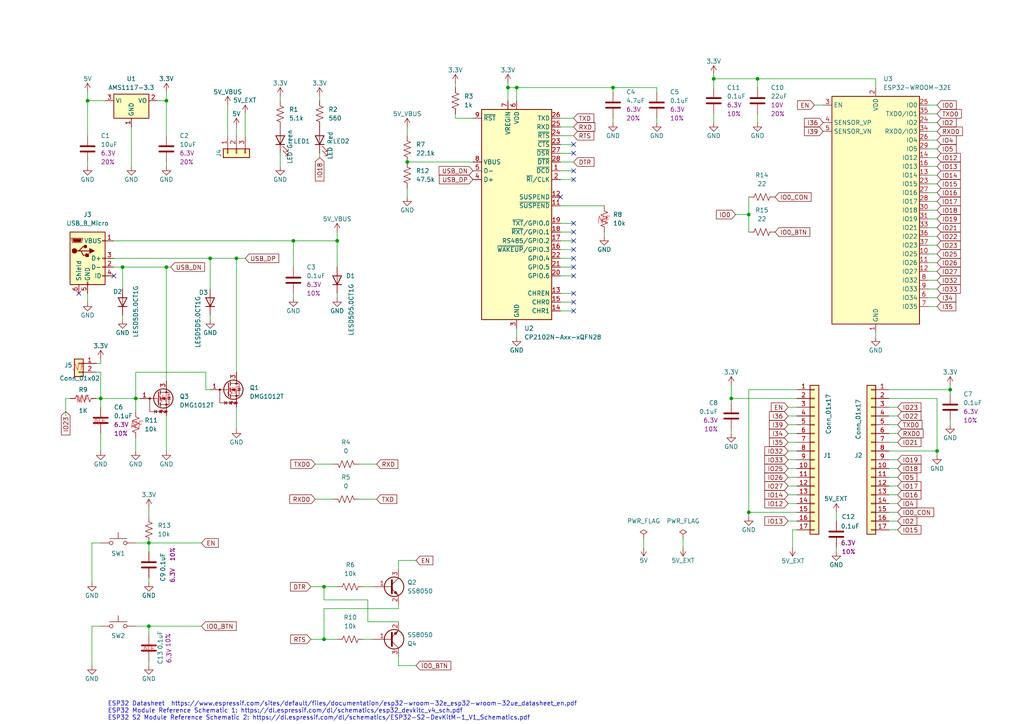
<source format=kicad_sch>
(kicad_sch (version 20231120) (generator "eeschema") (generator_version "8.0")
  (paper "A4")
  (title_block (title "ESP32-Board") (date "2024-12-08") (rev "1.0") (company "Ibrahim Okur"))
  (junction (at 35.56 77.47))
  (junction (at 147.32 25.4))
  (junction (at 60.96 74.93))
  (junction (at 68.58 74.93))
  (junction (at 48.26 29.21))
  (junction (at 275.59 113.03))
  (junction (at 271.78 130.81))
  (junction (at 217.17 148.59))
  (junction (at 93.98 170.18))
  (junction (at 207.01 22.86))
  (junction (at 48.26 77.47))
  (junction (at 219.71 22.86))
  (junction (at 149.86 25.4))
  (junction (at 97.79 69.85))
  (junction (at 39.37 115.57))
  (junction (at 43.18 181.61))
  (junction (at 217.17 62.23))
  (junction (at 212.09 115.57))
  (junction (at 85.09 69.85))
  (junction (at 29.21 115.57))
  (junction (at 177.8 25.4))
  (junction (at 25.4 29.21))
  (junction (at 118.11 46.99))
  (junction (at 43.18 157.48))
  (junction (at 93.98 185.42))
  (no_connect (at 166.37 64.77))
  (no_connect (at 33.02 80.01))
  (no_connect (at 166.37 44.45))
  (no_connect (at 166.37 67.31))
  (no_connect (at 166.37 52.07))
  (no_connect (at 166.37 74.93))
  (no_connect (at 162.56 57.15))
  (no_connect (at 166.37 49.53))
  (no_connect (at 166.37 69.85))
  (no_connect (at 166.37 72.39))
  (no_connect (at 22.86 85.09))
  (no_connect (at 166.37 87.63))
  (no_connect (at 166.37 80.01))
  (no_connect (at 166.37 77.47))
  (no_connect (at 166.37 41.91))
  (no_connect (at 166.37 85.09))
  (no_connect (at 166.37 90.17))
  (wire (pts (xy 93.98 170.18) (xy 97.79 170.18)))
  (wire (pts (xy 269.24 88.9) (xy 271.78 88.9)))
  (wire (pts (xy 257.81 135.89) (xy 260.35 135.89)))
  (wire (pts (xy 254 22.86) (xy 219.71 22.86)))
  (wire (pts (xy 257.81 148.59) (xy 260.35 148.59)))
  (wire (pts (xy 29.21 105.41) (xy 27.94 105.41)))
  (wire (pts (xy 217.17 148.59) (xy 231.14 148.59)))
  (wire (pts (xy 269.24 76.2) (xy 271.78 76.2)))
  (wire (pts (xy 93.98 185.42) (xy 97.79 185.42)))
  (wire (pts (xy 132.08 25.4) (xy 132.08 24.13)))
  (wire (pts (xy 118.11 36.83) (xy 118.11 39.37)))
  (wire (pts (xy 35.56 77.47) (xy 48.26 77.47)))
  (wire (pts (xy 115.57 190.5) (xy 115.57 193.04)))
  (wire (pts (xy 149.86 25.4) (xy 149.86 29.21)))
  (wire (pts (xy 60.96 92.71) (xy 60.96 91.44)))
  (wire (pts (xy 97.79 77.47) (xy 97.79 69.85)))
  (wire (pts (xy 269.24 30.48) (xy 271.78 30.48)))
  (wire (pts (xy 48.26 48.26) (xy 48.26 46.99)))
  (wire (pts (xy 219.71 35.56) (xy 219.71 33.02)))
  (wire (pts (xy 43.18 184.15) (xy 43.18 181.61)))
  (wire (pts (xy 257.81 118.11) (xy 260.35 118.11)))
  (wire (pts (xy 109.22 134.62) (xy 104.14 134.62)))
  (wire (pts (xy 106.68 180.34) (xy 106.68 173.99)))
  (wire (pts (xy 43.18 147.32) (xy 43.18 149.86)))
  (wire (pts (xy 43.18 157.48) (xy 39.37 157.48)))
  (wire (pts (xy 162.56 49.53) (xy 166.37 49.53)))
  (wire (pts (xy 25.4 29.21) (xy 30.48 29.21)))
  (wire (pts (xy 33.02 74.93) (xy 60.96 74.93)))
  (wire (pts (xy 186.69 158.75) (xy 186.69 156.21)))
  (wire (pts (xy 257.81 115.57) (xy 271.78 115.57)))
  (wire (pts (xy 213.36 62.23) (xy 217.17 62.23)))
  (wire (pts (xy 190.5 35.56) (xy 190.5 34.29)))
  (wire (pts (xy 242.57 160.02) (xy 242.57 158.75)))
  (wire (pts (xy 25.4 48.26) (xy 25.4 46.99)))
  (wire (pts (xy 162.56 44.45) (xy 166.37 44.45)))
  (wire (pts (xy 68.58 107.95) (xy 68.58 74.93)))
  (wire (pts (xy 149.86 97.79) (xy 149.86 95.25)))
  (wire (pts (xy 275.59 123.19) (xy 275.59 121.92)))
  (wire (pts (xy 118.11 57.15) (xy 118.11 54.61)))
  (wire (pts (xy 48.26 77.47) (xy 48.26 110.49)))
  (wire (pts (xy 228.6 151.13) (xy 231.14 151.13)))
  (wire (pts (xy 25.4 29.21) (xy 25.4 39.37)))
  (wire (pts (xy 29.21 107.95) (xy 29.21 115.57)))
  (wire (pts (xy 269.24 40.64) (xy 271.78 40.64)))
  (wire (pts (xy 39.37 107.95) (xy 39.37 115.57)))
  (wire (pts (xy 269.24 33.02) (xy 271.78 33.02)))
  (wire (pts (xy 29.21 118.11) (xy 29.21 115.57)))
  (wire (pts (xy 59.69 113.03) (xy 59.69 107.95)))
  (wire (pts (xy 162.56 69.85) (xy 166.37 69.85)))
  (wire (pts (xy 85.09 86.36) (xy 85.09 85.09)))
  (wire (pts (xy 29.21 104.14) (xy 29.21 105.41)))
  (wire (pts (xy 115.57 165.1) (xy 115.57 162.56)))
  (wire (pts (xy 257.81 120.65) (xy 260.35 120.65)))
  (wire (pts (xy 217.17 57.15) (xy 217.17 62.23)))
  (wire (pts (xy 59.69 107.95) (xy 39.37 107.95)))
  (wire (pts (xy 257.81 113.03) (xy 275.59 113.03)))
  (wire (pts (xy 35.56 83.82) (xy 35.56 77.47)))
  (wire (pts (xy 39.37 115.57) (xy 39.37 119.38)))
  (wire (pts (xy 228.6 125.73) (xy 231.14 125.73)))
  (wire (pts (xy 25.4 87.63) (xy 25.4 85.09)))
  (wire (pts (xy 26.67 157.48) (xy 26.67 168.91)))
  (wire (pts (xy 68.58 74.93) (xy 71.12 74.93)))
  (wire (pts (xy 269.24 53.34) (xy 271.78 53.34)))
  (wire (pts (xy 147.32 25.4) (xy 147.32 24.13)))
  (wire (pts (xy 115.57 162.56) (xy 120.65 162.56)))
  (wire (pts (xy 59.69 113.03) (xy 60.96 113.03)))
  (wire (pts (xy 257.81 123.19) (xy 260.35 123.19)))
  (wire (pts (xy 29.21 125.73) (xy 29.21 130.81)))
  (wire (pts (xy 162.56 74.93) (xy 166.37 74.93)))
  (wire (pts (xy 242.57 148.59) (xy 242.57 151.13)))
  (wire (pts (xy 177.8 35.56) (xy 177.8 34.29)))
  (wire (pts (xy 269.24 73.66) (xy 271.78 73.66)))
  (wire (pts (xy 236.22 30.48) (xy 238.76 30.48)))
  (wire (pts (xy 162.56 77.47) (xy 166.37 77.47)))
  (wire (pts (xy 26.67 181.61) (xy 26.67 193.04)))
  (wire (pts (xy 198.12 158.75) (xy 198.12 156.21)))
  (wire (pts (xy 45.72 29.21) (xy 48.26 29.21)))
  (wire (pts (xy 269.24 43.18) (xy 271.78 43.18)))
  (wire (pts (xy 269.24 78.74) (xy 271.78 78.74)))
  (wire (pts (xy 115.57 180.34) (xy 106.68 180.34)))
  (wire (pts (xy 29.21 157.48) (xy 26.67 157.48)))
  (wire (pts (xy 269.24 38.1) (xy 271.78 38.1)))
  (wire (pts (xy 257.81 151.13) (xy 260.35 151.13)))
  (wire (pts (xy 228.6 118.11) (xy 231.14 118.11)))
  (wire (pts (xy 27.94 107.95) (xy 29.21 107.95)))
  (wire (pts (xy 68.58 36.83) (xy 68.58 39.37)))
  (wire (pts (xy 257.81 143.51) (xy 260.35 143.51)))
  (wire (pts (xy 132.08 33.02) (xy 132.08 34.29)))
  (wire (pts (xy 190.5 25.4) (xy 177.8 25.4)))
  (wire (pts (xy 257.81 130.81) (xy 271.78 130.81)))
  (wire (pts (xy 275.59 113.03) (xy 275.59 114.3)))
  (wire (pts (xy 118.11 46.99) (xy 137.16 46.99)))
  (wire (pts (xy 162.56 64.77) (xy 166.37 64.77)))
  (wire (pts (xy 147.32 25.4) (xy 147.32 29.21)))
  (wire (pts (xy 269.24 45.72) (xy 271.78 45.72)))
  (wire (pts (xy 207.01 22.86) (xy 219.71 22.86)))
  (wire (pts (xy 254 25.4) (xy 254 22.86)))
  (wire (pts (xy 97.79 86.36) (xy 97.79 85.09)))
  (wire (pts (xy 269.24 60.96) (xy 271.78 60.96)))
  (wire (pts (xy 257.81 146.05) (xy 260.35 146.05)))
  (wire (pts (xy 19.05 115.57) (xy 20.32 115.57)))
  (wire (pts (xy 29.21 115.57) (xy 39.37 115.57)))
  (wire (pts (xy 217.17 149.86) (xy 217.17 148.59)))
  (wire (pts (xy 257.81 140.97) (xy 260.35 140.97)))
  (wire (pts (xy 97.79 69.85) (xy 85.09 69.85)))
  (wire (pts (xy 66.04 30.48) (xy 66.04 39.37)))
  (wire (pts (xy 162.56 39.37) (xy 166.37 39.37)))
  (wire (pts (xy 38.1 48.26) (xy 38.1 36.83)))
  (wire (pts (xy 33.02 77.47) (xy 35.56 77.47)))
  (wire (pts (xy 257.81 133.35) (xy 260.35 133.35)))
  (wire (pts (xy 190.5 26.67) (xy 190.5 25.4)))
  (wire (pts (xy 43.18 167.64) (xy 43.18 168.91)))
  (wire (pts (xy 212.09 115.57) (xy 212.09 116.84)))
  (wire (pts (xy 96.52 144.78) (xy 91.44 144.78)))
  (wire (pts (xy 48.26 26.67) (xy 48.26 29.21)))
  (wire (pts (xy 162.56 67.31) (xy 166.37 67.31)))
  (wire (pts (xy 275.59 111.76) (xy 275.59 113.03)))
  (wire (pts (xy 48.26 29.21) (xy 48.26 39.37)))
  (wire (pts (xy 115.57 175.26) (xy 115.57 176.53)))
  (wire (pts (xy 212.09 111.76) (xy 212.09 115.57)))
  (wire (pts (xy 162.56 46.99) (xy 166.37 46.99)))
  (wire (pts (xy 257.81 128.27) (xy 260.35 128.27)))
  (wire (pts (xy 162.56 72.39) (xy 166.37 72.39)))
  (wire (pts (xy 29.21 181.61) (xy 26.67 181.61)))
  (wire (pts (xy 39.37 181.61) (xy 43.18 181.61)))
  (wire (pts (xy 229.87 153.67) (xy 231.14 153.67)))
  (wire (pts (xy 43.18 157.48) (xy 58.42 157.48)))
  (wire (pts (xy 228.6 123.19) (xy 231.14 123.19)))
  (wire (pts (xy 175.26 68.58) (xy 175.26 67.31)))
  (wire (pts (xy 228.6 138.43) (xy 231.14 138.43)))
  (wire (pts (xy 257.81 153.67) (xy 260.35 153.67)))
  (wire (pts (xy 269.24 81.28) (xy 271.78 81.28)))
  (wire (pts (xy 105.41 170.18) (xy 107.95 170.18)))
  (wire (pts (xy 228.6 133.35) (xy 231.14 133.35)))
  (wire (pts (xy 269.24 71.12) (xy 271.78 71.12)))
  (wire (pts (xy 106.68 173.99) (xy 93.98 173.99)))
  (wire (pts (xy 105.41 185.42) (xy 107.95 185.42)))
  (wire (pts (xy 162.56 34.29) (xy 166.37 34.29)))
  (wire (pts (xy 162.56 41.91) (xy 166.37 41.91)))
  (wire (pts (xy 68.58 124.46) (xy 68.58 118.11)))
  (wire (pts (xy 207.01 21.59) (xy 207.01 22.86)))
  (wire (pts (xy 228.6 130.81) (xy 231.14 130.81)))
  (wire (pts (xy 217.17 113.03) (xy 217.17 148.59)))
  (wire (pts (xy 269.24 55.88) (xy 271.78 55.88)))
  (wire (pts (xy 254 97.79) (xy 254 96.52)))
  (wire (pts (xy 229.87 153.67) (xy 229.87 158.75)))
  (wire (pts (xy 39.37 130.81) (xy 39.37 127)))
  (wire (pts (xy 33.02 69.85) (xy 85.09 69.85)))
  (wire (pts (xy 271.78 115.57) (xy 271.78 130.81)))
  (wire (pts (xy 147.32 25.4) (xy 149.86 25.4)))
  (wire (pts (xy 162.56 59.69) (xy 175.26 59.69)))
  (wire (pts (xy 269.24 58.42) (xy 271.78 58.42)))
  (wire (pts (xy 48.26 130.81) (xy 48.26 120.65)))
  (wire (pts (xy 60.96 74.93) (xy 68.58 74.93)))
  (wire (pts (xy 60.96 74.93) (xy 60.96 83.82)))
  (wire (pts (xy 71.12 33.02) (xy 71.12 39.37)))
  (wire (pts (xy 269.24 86.36) (xy 271.78 86.36)))
  (wire (pts (xy 85.09 77.47) (xy 85.09 69.85)))
  (wire (pts (xy 132.08 34.29) (xy 137.16 34.29)))
  (wire (pts (xy 19.05 115.57) (xy 19.05 120.65)))
  (wire (pts (xy 93.98 173.99) (xy 93.98 170.18)))
  (wire (pts (xy 149.86 25.4) (xy 177.8 25.4)))
  (wire (pts (xy 162.56 80.01) (xy 166.37 80.01)))
  (wire (pts (xy 257.81 138.43) (xy 260.35 138.43)))
  (wire (pts (xy 217.17 113.03) (xy 231.14 113.03)))
  (wire (pts (xy 97.79 67.31) (xy 97.79 69.85)))
  (wire (pts (xy 25.4 26.67) (xy 25.4 29.21)))
  (wire (pts (xy 43.18 193.04) (xy 43.18 191.77)))
  (wire (pts (xy 92.71 27.94) (xy 92.71 29.21)))
  (wire (pts (xy 35.56 92.71) (xy 35.56 91.44)))
  (wire (pts (xy 269.24 68.58) (xy 271.78 68.58)))
  (wire (pts (xy 115.57 176.53) (xy 93.98 176.53)))
  (wire (pts (xy 162.56 52.07) (xy 166.37 52.07)))
  (wire (pts (xy 162.56 87.63) (xy 166.37 87.63)))
  (wire (pts (xy 43.18 160.02) (xy 43.18 157.48)))
  (wire (pts (xy 109.22 144.78) (xy 104.14 144.78)))
  (wire (pts (xy 228.6 120.65) (xy 231.14 120.65)))
  (wire (pts (xy 257.81 125.73) (xy 260.35 125.73)))
  (wire (pts (xy 115.57 193.04) (xy 120.65 193.04)))
  (wire (pts (xy 43.18 181.61) (xy 58.42 181.61)))
  (wire (pts (xy 90.17 170.18) (xy 93.98 170.18)))
  (wire (pts (xy 212.09 115.57) (xy 231.14 115.57)))
  (wire (pts (xy 207.01 35.56) (xy 207.01 33.02)))
  (wire (pts (xy 81.28 48.26) (xy 81.28 44.45)))
  (wire (pts (xy 271.78 132.08) (xy 271.78 130.81)))
  (wire (pts (xy 228.6 140.97) (xy 231.14 140.97)))
  (wire (pts (xy 162.56 85.09) (xy 166.37 85.09)))
  (wire (pts (xy 96.52 134.62) (xy 91.44 134.62)))
  (wire (pts (xy 48.26 77.47) (xy 49.53 77.47)))
  (wire (pts (xy 269.24 35.56) (xy 271.78 35.56)))
  (wire (pts (xy 269.24 48.26) (xy 271.78 48.26)))
  (wire (pts (xy 92.71 45.72) (xy 92.71 44.45)))
  (wire (pts (xy 269.24 50.8) (xy 271.78 50.8)))
  (wire (pts (xy 177.8 25.4) (xy 177.8 26.67)))
  (wire (pts (xy 207.01 25.4) (xy 207.01 22.86)))
  (wire (pts (xy 162.56 36.83) (xy 166.37 36.83)))
  (wire (pts (xy 228.6 146.05) (xy 231.14 146.05)))
  (wire (pts (xy 269.24 63.5) (xy 271.78 63.5)))
  (wire (pts (xy 39.37 115.57) (xy 40.64 115.57)))
  (wire (pts (xy 212.09 125.73) (xy 212.09 124.46)))
  (wire (pts (xy 90.17 185.42) (xy 93.98 185.42)))
  (wire (pts (xy 228.6 135.89) (xy 231.14 135.89)))
  (wire (pts (xy 219.71 22.86) (xy 219.71 25.4)))
  (wire (pts (xy 228.6 128.27) (xy 231.14 128.27)))
  (wire (pts (xy 217.17 62.23) (xy 217.17 67.31)))
  (wire (pts (xy 269.24 66.04) (xy 271.78 66.04)))
  (wire (pts (xy 27.94 115.57) (xy 29.21 115.57)))
  (wire (pts (xy 93.98 176.53) (xy 93.98 185.42)))
  (wire (pts (xy 228.6 143.51) (xy 231.14 143.51)))
  (wire (pts (xy 162.56 90.17) (xy 166.37 90.17)))
  (wire (pts (xy 269.24 83.82) (xy 271.78 83.82)))
  (wire (pts (xy 81.28 27.94) (xy 81.28 29.21)))
  (text "NF" (at 175.006 64.008 0) (effects (font (size 2.032 2.032) (italic yes))))
  (text "NF" (at 43.18 188.468 0) (effects (font (size 2.032 2.032) (italic yes))))
  (text "NF" (at 47.244 115.824 0) (effects (font (size 2.032 2.032) (italic yes))))
  (text "NF" (at 67.564 113.538 0) (effects (font (size 2.032 2.032) (italic yes))))
  (text "NF" (at 39.624 123.444 0) (effects (font (size 2.032 2.032) (italic yes))))
  (text "NF" (at 22.86 106.68 0) (effects (font (size 2.032 2.032) (italic yes))))
  (text "NF" (at 28.956 122.428 0) (effects (font (size 2.032 2.032) (italic yes))))
  (text "ESP32 Datasheet  https://www.espressif.com/sites/default/files/documentation/esp32-wroom-32e_esp32-wroom-32ue_datasheet_en.pdf\nESP32 Module Reference Schematic 1: https://dl.espressif.com/dl/schematics/esp32_devkitc_v4_sch.pdf\nESP32 S2 Module Reference Schematic 2: https://dl.espressif.com/dl/schematics/ESP32-S2-DevKitM-1_V1_Schematics.pdf" (at 31.242 206.248 0) (effects (font (size 1.27 1.27)) (justify left)))
  (text "NF" (at 23.876 116.078 0) (effects (font (size 2.032 2.032) (italic yes))))
  (global_label "IO0_CON" (shape input) (at 224.79 57.15 0) (property "Intersheetrefs" "${INTERSHEET_REFS}" (effects (hide yes))))
  (global_label "IO14" (shape input) (at 228.6 143.51 180) (property "Intersheetrefs" "${INTERSHEET_REFS}" (effects (hide yes))))
  (global_label "DTR" (shape input) (at 90.17 170.18 180) (property "Intersheetrefs" "${INTERSHEET_REFS}" (effects (hide yes))))
  (global_label "RXD" (shape input) (at 166.37 36.83 0) (property "Intersheetrefs" "${INTERSHEET_REFS}" (effects (hide yes))))
  (global_label "IO4" (shape input) (at 260.35 146.05 0) (property "Intersheetrefs" "${INTERSHEET_REFS}" (effects (hide yes))))
  (global_label "EN" (shape input) (at 58.42 157.48 0) (property "Intersheetrefs" "${INTERSHEET_REFS}" (effects (hide yes))))
  (global_label "TXD" (shape input) (at 166.37 34.29 0) (property "Intersheetrefs" "${INTERSHEET_REFS}" (effects (hide yes))))
  (global_label "TXD0" (shape input) (at 271.78 33.02 0) (property "Intersheetrefs" "${INTERSHEET_REFS}" (effects (hide yes))))
  (global_label "I39" (shape input) (at 228.6 123.19 180) (property "Intersheetrefs" "${INTERSHEET_REFS}" (effects (hide yes))))
  (global_label "IO18" (shape input) (at 260.35 135.89 0) (property "Intersheetrefs" "${INTERSHEET_REFS}" (effects (hide yes))))
  (global_label "IO5" (shape input) (at 260.35 138.43 0) (property "Intersheetrefs" "${INTERSHEET_REFS}" (effects (hide yes))))
  (global_label "IO32" (shape input) (at 271.78 81.28 0) (property "Intersheetrefs" "${INTERSHEET_REFS}" (effects (hide yes))))
  (global_label "IO33" (shape input) (at 271.78 83.82 0) (property "Intersheetrefs" "${INTERSHEET_REFS}" (effects (hide yes))))
  (global_label "IO2" (shape input) (at 260.35 151.13 0) (property "Intersheetrefs" "${INTERSHEET_REFS}" (effects (hide yes))))
  (global_label "I36" (shape input) (at 238.76 35.56 180) (property "Intersheetrefs" "${INTERSHEET_REFS}" (effects (hide yes))))
  (global_label "USB_DP" (shape input) (at 71.12 74.93 0) (property "Intersheetrefs" "${INTERSHEET_REFS}" (effects (hide yes))))
  (global_label "IO23" (shape input) (at 260.35 118.11 0) (property "Intersheetrefs" "${INTERSHEET_REFS}" (effects (hide yes))))
  (global_label "I39" (shape input) (at 238.76 38.1 180) (property "Intersheetrefs" "${INTERSHEET_REFS}" (effects (hide yes))))
  (global_label "I35" (shape input) (at 271.78 88.9 0) (property "Intersheetrefs" "${INTERSHEET_REFS}" (effects (hide yes))))
  (global_label "RXD0" (shape input) (at 271.78 38.1 0) (property "Intersheetrefs" "${INTERSHEET_REFS}" (effects (hide yes))))
  (global_label "IO0_BTN" (shape input) (at 224.79 67.31 0) (property "Intersheetrefs" "${INTERSHEET_REFS}" (effects (hide yes))))
  (global_label "IO16" (shape input) (at 260.35 143.51 0) (property "Intersheetrefs" "${INTERSHEET_REFS}" (effects (hide yes))))
  (global_label "EN" (shape input) (at 120.65 162.56 0) (property "Intersheetrefs" "${INTERSHEET_REFS}" (effects (hide yes))))
  (global_label "IO18" (shape input) (at 92.71 45.72 270) (property "Intersheetrefs" "${INTERSHEET_REFS}" (effects (hide yes))))
  (global_label "IO0_BTN" (shape input) (at 120.65 193.04 0) (property "Intersheetrefs" "${INTERSHEET_REFS}" (effects (hide yes))))
  (global_label "IO13" (shape input) (at 271.78 48.26 0) (property "Intersheetrefs" "${INTERSHEET_REFS}" (effects (hide yes))))
  (global_label "IO25" (shape input) (at 228.6 135.89 180) (property "Intersheetrefs" "${INTERSHEET_REFS}" (effects (hide yes))))
  (global_label "IO33" (shape input) (at 228.6 133.35 180) (property "Intersheetrefs" "${INTERSHEET_REFS}" (effects (hide yes))))
  (global_label "IO2" (shape input) (at 271.78 35.56 0) (property "Intersheetrefs" "${INTERSHEET_REFS}" (effects (hide yes))))
  (global_label "IO17" (shape input) (at 260.35 140.97 0) (property "Intersheetrefs" "${INTERSHEET_REFS}" (effects (hide yes))))
  (global_label "I34" (shape input) (at 271.78 86.36 0) (property "Intersheetrefs" "${INTERSHEET_REFS}" (effects (hide yes))))
  (global_label "IO19" (shape input) (at 260.35 133.35 0) (property "Intersheetrefs" "${INTERSHEET_REFS}" (effects (hide yes))))
  (global_label "IO22" (shape input) (at 260.35 120.65 0) (property "Intersheetrefs" "${INTERSHEET_REFS}" (effects (hide yes))))
  (global_label "RTS" (shape input) (at 166.37 39.37 0) (property "Intersheetrefs" "${INTERSHEET_REFS}" (effects (hide yes))))
  (global_label "IO0" (shape input) (at 271.78 30.48 0) (property "Intersheetrefs" "${INTERSHEET_REFS}" (effects (hide yes))))
  (global_label "TXD0" (shape input) (at 260.35 123.19 0) (property "Intersheetrefs" "${INTERSHEET_REFS}" (effects (hide yes))))
  (global_label "IO27" (shape input) (at 271.78 78.74 0) (property "Intersheetrefs" "${INTERSHEET_REFS}" (effects (hide yes))))
  (global_label "IO0_BTN" (shape input) (at 58.42 181.61 0) (property "Intersheetrefs" "${INTERSHEET_REFS}" (effects (hide yes))))
  (global_label "IO14" (shape input) (at 271.78 50.8 0) (property "Intersheetrefs" "${INTERSHEET_REFS}" (effects (hide yes))))
  (global_label "IO4" (shape input) (at 271.78 40.64 0) (property "Intersheetrefs" "${INTERSHEET_REFS}" (effects (hide yes))))
  (global_label "USB_DN" (shape input) (at 49.53 77.47 0) (property "Intersheetrefs" "${INTERSHEET_REFS}" (effects (hide yes))))
  (global_label "IO17" (shape input) (at 271.78 58.42 0) (property "Intersheetrefs" "${INTERSHEET_REFS}" (effects (hide yes))))
  (global_label "IO21" (shape input) (at 260.35 128.27 0) (property "Intersheetrefs" "${INTERSHEET_REFS}" (effects (hide yes))))
  (global_label "I35" (shape input) (at 228.6 128.27 180) (property "Intersheetrefs" "${INTERSHEET_REFS}" (effects (hide yes))))
  (global_label "IO19" (shape input) (at 271.78 63.5 0) (property "Intersheetrefs" "${INTERSHEET_REFS}" (effects (hide yes))))
  (global_label "IO21" (shape input) (at 271.78 66.04 0) (property "Intersheetrefs" "${INTERSHEET_REFS}" (effects (hide yes))))
  (global_label "RXD0" (shape input) (at 91.44 144.78 180) (property "Intersheetrefs" "${INTERSHEET_REFS}" (effects (hide yes))))
  (global_label "IO0" (shape input) (at 213.36 62.23 180) (property "Intersheetrefs" "${INTERSHEET_REFS}" (effects (hide yes))))
  (global_label "IO15" (shape input) (at 260.35 153.67 0) (property "Intersheetrefs" "${INTERSHEET_REFS}" (effects (hide yes))))
  (global_label "USB_DN" (shape input) (at 137.16 49.53 180) (property "Intersheetrefs" "${INTERSHEET_REFS}" (effects (hide yes))))
  (global_label "IO25" (shape input) (at 271.78 73.66 0) (property "Intersheetrefs" "${INTERSHEET_REFS}" (effects (hide yes))))
  (global_label "RXD" (shape input) (at 109.22 134.62 0) (property "Intersheetrefs" "${INTERSHEET_REFS}" (effects (hide yes))))
  (global_label "IO16" (shape input) (at 271.78 55.88 0) (property "Intersheetrefs" "${INTERSHEET_REFS}" (effects (hide yes))))
  (global_label "IO18" (shape input) (at 271.78 60.96 0) (property "Intersheetrefs" "${INTERSHEET_REFS}" (effects (hide yes))))
  (global_label "IO12" (shape input) (at 228.6 146.05 180) (property "Intersheetrefs" "${INTERSHEET_REFS}" (effects (hide yes))))
  (global_label "USB_DP" (shape input) (at 137.16 52.07 180) (property "Intersheetrefs" "${INTERSHEET_REFS}" (effects (hide yes))))
  (global_label "IO15" (shape input) (at 271.78 53.34 0) (property "Intersheetrefs" "${INTERSHEET_REFS}" (effects (hide yes))))
  (global_label "IO13" (shape input) (at 228.6 151.13 180) (property "Intersheetrefs" "${INTERSHEET_REFS}" (effects (hide yes))))
  (global_label "IO0_CON" (shape input) (at 260.35 148.59 0) (property "Intersheetrefs" "${INTERSHEET_REFS}" (effects (hide yes))))
  (global_label "IO26" (shape input) (at 271.78 76.2 0) (property "Intersheetrefs" "${INTERSHEET_REFS}" (effects (hide yes))))
  (global_label "IO23" (shape input) (at 19.05 119.38 270) (property "Intersheetrefs" "${INTERSHEET_REFS}" (effects (hide yes))))
  (global_label "IO27" (shape input) (at 228.6 140.97 180) (property "Intersheetrefs" "${INTERSHEET_REFS}" (effects (hide yes))))
  (global_label "IO32" (shape input) (at 228.6 130.81 180) (property "Intersheetrefs" "${INTERSHEET_REFS}" (effects (hide yes))))
  (global_label "TXD0" (shape input) (at 91.44 134.62 180) (property "Intersheetrefs" "${INTERSHEET_REFS}" (effects (hide yes))))
  (global_label "EN" (shape input) (at 228.6 118.11 180) (property "Intersheetrefs" "${INTERSHEET_REFS}" (effects (hide yes))))
  (global_label "EN" (shape input) (at 236.22 30.48 180) (property "Intersheetrefs" "${INTERSHEET_REFS}" (effects (hide yes))))
  (global_label "I34" (shape input) (at 228.6 125.73 180) (property "Intersheetrefs" "${INTERSHEET_REFS}" (effects (hide yes))))
  (global_label "RTS" (shape input) (at 90.17 185.42 180) (property "Intersheetrefs" "${INTERSHEET_REFS}" (effects (hide yes))))
  (global_label "RXD0" (shape input) (at 260.35 125.73 0) (property "Intersheetrefs" "${INTERSHEET_REFS}" (effects (hide yes))))
  (global_label "IO5" (shape input) (at 271.78 43.18 0) (property "Intersheetrefs" "${INTERSHEET_REFS}" (effects (hide yes))))
  (global_label "I36" (shape input) (at 228.6 120.65 180) (property "Intersheetrefs" "${INTERSHEET_REFS}" (effects (hide yes))))
  (global_label "IO12" (shape input) (at 271.78 45.72 0) (property "Intersheetrefs" "${INTERSHEET_REFS}" (effects (hide yes))))
  (global_label "IO26" (shape input) (at 228.6 138.43 180) (property "Intersheetrefs" "${INTERSHEET_REFS}" (effects (hide yes))))
  (global_label "DTR" (shape input) (at 166.37 46.99 0) (property "Intersheetrefs" "${INTERSHEET_REFS}" (effects (hide yes))))
  (global_label "TXD" (shape input) (at 109.22 144.78 0) (property "Intersheetrefs" "${INTERSHEET_REFS}" (effects (hide yes))))
  (global_label "IO22" (shape input) (at 271.78 68.58 0) (property "Intersheetrefs" "${INTERSHEET_REFS}" (effects (hide yes))))
  (global_label "IO23" (shape input) (at 271.78 71.12 0) (property "Intersheetrefs" "${INTERSHEET_REFS}" (effects (hide yes))))
  (symbol (lib_id "Transistor_FET:DMG1012T") (at 66.04 113.03 0) (unit 1)
    (property "Reference" "Q1" (at 72.39 112.4584 0) (effects (justify left)))
    (property "Value" "DMG1012T" (at 72.39 114.9984 0) (effects (justify left)))
    (property "Footprint" "Package_TO_SOT_SMD:SOT-523" (effects (hide yes)))
    (property "Datasheet" "https://www.diodes.com/assets/Datasheets/ds31783.pdf" (effects (hide yes)))
    (property "Description" "20V Vds, 0.63 Id, N-Channel MOSFET with ESD protection, SOT-523" (effects (hide yes)))
  )
  (symbol (lib_id "SparkFun-PowerSymbol:3.3V") (at 229.87 158.75 0) (mirror x) (unit 1)
    (property "Reference" "#PWR037" (effects (hide yes)))
    (property "Value" "5V_EXT" (at 229.997 162.687 0))
    (property "Description" "Power symbol creates a global label with name \"3.3V\"" (effects (hide yes)))
  )
  (symbol (lib_id "SparkFun-PowerSymbol:3.3V") (at 242.57 148.59 0) (mirror y) (unit 1)
    (property "Reference" "#PWR08" (effects (hide yes)))
    (property "Value" "5V_EXT" (at 242.443 144.653 0))
    (property "Description" "Power symbol creates a global label with name \"3.3V\"" (effects (hide yes)))
  )
  (symbol (lib_id "SparkFun-PowerSymbol:GND") (at 149.86 97.79 0) (unit 1)
    (property "Reference" "#PWR09" (effects (hide yes)))
    (property "Value" "GND" (at 149.86 101.6 0))
    (property "Description" "Power symbol creates a global label with name \"GND\" , ground" (effects (hide yes)))
  )
  (symbol (lib_id "SparkFun-PowerSymbol:3.3V") (at 92.71 27.94 0) (unit 1)
    (property "Reference" "#PWR038" (effects (hide yes)))
    (property "Value" "3.3V" (at 92.71 24.13 0))
    (property "Description" "Power symbol creates a global label with name \"3.3V\"" (effects (hide yes)))
  )
  (symbol (lib_id "SparkFun-PowerSymbol:5V") (at 68.58 36.83 0) (unit 1)
    (property "Reference" "#PWR030" (effects (hide yes)))
    (property "Value" "5V" (at 68.58 33.02 0))
    (property "Description" "Power symbol creates a global label with name \"5V\"" (effects (hide yes)))
  )
  (symbol (lib_id "SparkFun-PowerSymbol:3.3V") (at 132.08 24.13 0) (unit 1)
    (property "Reference" "#PWR010" (effects (hide yes)))
    (property "Value" "3.3V" (at 132.08 20.32 0))
    (property "Description" "Power symbol creates a global label with name \"3.3V\"" (effects (hide yes)))
  )
  (symbol (lib_id "Transistor_BJT:SS8050") (at 113.03 185.42 0) (mirror x) (unit 1)
    (property "Reference" "Q4" (at 118.11 186.6901 0) (effects (justify left)))
    (property "Value" "SS8050" (at 118.11 184.1501 0) (effects (justify left)))
    (property "Footprint" "Package_TO_SOT_SMD:SOT-23" (effects (hide yes)))
    (property "Datasheet" "http://www.secosgmbh.com/datasheet/products/SSMPTransistor/SOT-23/SS8050.pdf" (effects (hide yes)))
    (property "Description" "General Purpose NPN Transistor, 1.5A Ic, 25V Vce, SOT-23" (effects (hide yes)))
  )
  (symbol (lib_id "SparkFun-Resistor:10k_0402") (at 101.6 170.18 0) (unit 1)
    (property "Reference" "R6" (at 101.6 163.83 0))
    (property "Value" "10k" (at 101.6 166.37 0))
    (property "Footprint" "SparkFun-Resistor:R_0402_1005Metric" (effects (hide yes)))
    (property "Datasheet" "https://www.vishay.com/docs/20035/dcrcwe3.pdf" (effects (hide yes)))
    (property "Description" "Resistor" (effects (hide yes)))
    (property "PROD_ID" "RES-14241" (effects (hide yes)))
  )
  (symbol (lib_id "Diode:1N4148WT") (at 97.79 81.28 90) (unit 1)
    (property "Reference" "D1" (at 100.33 80.0099 90) (effects (justify right)))
    (property "Value" "LESD5D5.0CT1G" (at 101.854 82.296 0) (effects (justify right)))
    (property "Footprint" "Diode_SMD:D_SOD-523" (effects (hide yes)))
    (property "Datasheet" "https://www.diodes.com/assets/Datasheets/ds30396.pdf" (effects (hide yes)))
    (property "Description" "75V 0.15A Fast switching Diode, SOD-523" (effects (hide yes)))
    (property "Sim.Device" "D" (effects (hide yes)))
    (property "Sim.Pins" "1=K 2=A" (effects (hide yes)))
  )
  (symbol (lib_id "SparkFun-PowerSymbol:3.3V") (at 43.18 147.32 0) (unit 1)
    (property "Reference" "#PWR03" (effects (hide yes)))
    (property "Value" "3.3V" (at 43.18 143.51 0))
    (property "Description" "Power symbol creates a global label with name \"3.3V\"" (effects (hide yes)))
  )
  (symbol (lib_id "SparkFun-Resistor:0_0402") (at 100.33 134.62 0) (mirror y) (unit 1)
    (property "Reference" "R4" (at 100.33 128.27 0))
    (property "Value" "0" (at 100.33 130.81 0))
    (property "Footprint" "SparkFun-Resistor:R_0402_1005Metric" (effects (hide yes)))
    (property "Datasheet" "https://industrial.panasonic.com/cdbs/www-data/pdf/RDN0000/AOA0000C313.pdf" (effects (hide yes)))
    (property "Description" "Resistor" (effects (hide yes)))
    (property "PROD_ID" "RES-14244" (effects (hide yes)))
  )
  (symbol (lib_id "SparkFun-PowerSymbol:3.3V") (at 198.12 158.75 180) (unit 1)
    (property "Reference" "#PWR050" (effects (hide yes)))
    (property "Value" "5V_EXT" (at 198.12 162.56 0))
    (property "Description" "Power symbol creates a global label with name \"3.3V\"" (effects (hide yes)))
  )
  (symbol (lib_id "Transistor_BJT:SS8050") (at 113.03 170.18 0) (unit 1)
    (property "Reference" "Q2" (at 118.11 168.9099 0) (effects (justify left)))
    (property "Value" "SS8050" (at 118.11 171.4499 0) (effects (justify left)))
    (property "Footprint" "Package_TO_SOT_SMD:SOT-23" (effects (hide yes)))
    (property "Datasheet" "http://www.secosgmbh.com/datasheet/products/SSMPTransistor/SOT-23/SS8050.pdf" (effects (hide yes)))
    (property "Description" "General Purpose NPN Transistor, 1.5A Ic, 25V Vce, SOT-23" (effects (hide yes)))
  )
  (symbol (lib_id "SparkFun-Capacitor:22uF_0805_10V_20%") (at 219.71 29.21 0) (unit 1)
    (property "Reference" "C10" (at 223.52 25.3999 0) (effects (justify left)))
    (property "Value" "22uF" (at 223.52 27.9399 0) (effects (justify left)))
    (property "Footprint" "SparkFun-Capacitor:C_0805_2012Metric" (effects (hide yes)))
    (property "Datasheet" "https://cdn.sparkfun.com/assets/8/a/4/a/5/Kemet_Capacitor_Datasheet.pdf" (effects (hide yes)))
    (property "Description" "Unpolarized capacitor" (effects (hide yes)))
    (property "PROD_ID" "CAP-14973" (effects (hide yes)))
    (property "Voltage" "10V" (at 223.52 30.4799 0) (effects (justify left)))
    (property "Tolerance" "20%" (at 223.52 33.0199 0) (effects (justify left)))
  )
  (symbol (lib_id "RF_Module:ESP32-WROOM-32E") (at 254 60.96 0) (unit 1)
    (property "Reference" "U3" (at 256.1941 22.86 0) (effects (justify left)))
    (property "Value" "ESP32-WROOM-32E" (at 256.1941 25.4 0) (effects (justify left)))
    (property "Footprint" "RF_Module:ESP32-WROOM-32D" (effects (hide yes)))
    (property "Datasheet" "https://www.espressif.com/sites/default/files/documentation/esp32-wroom-32e_esp32-wroom-32ue_datasheet_en.pdf" (effects (hide yes)))
    (property "Description" "RF Module, ESP32-D0WD-V3 SoC, without PSRAM, Wi-Fi 802.11b/g/n, Bluetooth, BLE, 32-bit, 2.7-3.6V, onboard antenna, SMD" (effects (hide yes)))
  )
  (symbol (lib_id "SparkFun-Resistor:33k_0402") (at 118.11 50.8 90) (unit 1)
    (property "Reference" "R12" (at 120.65 49.5299 90) (effects (justify right)))
    (property "Value" "47.5k" (at 120.65 52.0699 90) (effects (justify right)))
    (property "Footprint" "SparkFun-Resistor:R_0402_1005Metric" (effects (hide yes)))
    (property "Datasheet" "https://www.vishay.com/docs/20035/dcrcwe3.pdf" (effects (hide yes)))
    (property "Description" "Resistor" (effects (hide yes)))
    (property "PROD_ID" "RES-15128" (effects (hide yes)))
  )
  (symbol (lib_id "SparkFun-Resistor:10k_0402") (at 220.98 67.31 0) (unit 1)
    (property "Reference" "R15" (at 220.98 60.96 0))
    (property "Value" "22" (at 220.98 63.5 0))
    (property "Footprint" "SparkFun-Resistor:R_0402_1005Metric" (effects (hide yes)))
    (property "Datasheet" "https://www.vishay.com/docs/20035/dcrcwe3.pdf" (effects (hide yes)))
    (property "Description" "Resistor" (effects (hide yes)))
    (property "PROD_ID" "RES-14241" (effects (hide yes)))
  )
  (symbol (lib_id "SparkFun-PowerSymbol:GND") (at 81.28 48.26 0) (unit 1)
    (property "Reference" "#PWR023" (effects (hide yes)))
    (property "Value" "GND" (at 81.28 52.07 0))
    (property "Description" "Power symbol creates a global label with name \"GND\" , ground" (effects (hide yes)))
  )
  (symbol (lib_id "SparkFun-LED:LED") (at 81.28 40.64 90) (unit 1)
    (property "Reference" "LED1" (at 85.09 40.9574 90) (effects (justify right)))
    (property "Value" "LED Green" (at 84.074 37.592 0) (effects (justify right)))
    (property "Footprint" "LED_SMD:LED_0805_2012Metric" (effects (hide yes)))
    (property "Description" "Light emitting diode" (effects (hide yes)))
    (property "PROD_ID" "LED-" (effects (hide yes)))
  )
  (symbol (lib_id "SparkFun-PowerSymbol:GND") (at 97.79 86.36 0) (unit 1)
    (property "Reference" "#PWR018" (effects (hide yes)))
    (property "Value" "GND" (at 97.79 90.17 0))
    (property "Description" "Power symbol creates a global label with name \"GND\" , ground" (effects (hide yes)))
  )
  (symbol (lib_id "SparkFun-Capacitor:10uF_0402_6.3V_20%") (at 48.26 43.18 0) (unit 1)
    (property "Reference" "C2" (at 52.07 39.3699 0) (effects (justify left)))
    (property "Value" "10uF" (at 52.07 41.9099 0) (effects (justify left)))
    (property "Footprint" "SparkFun-Capacitor:C_0402_1005Metric" (effects (hide yes)))
    (property "Datasheet" "https://cdn.sparkfun.com/assets/8/a/4/a/5/Kemet_Capacitor_Datasheet.pdf" (effects (hide yes)))
    (property "Description" "Unpolarized capacitor" (effects (hide yes)))
    (property "PROD_ID" "CAP-14848" (effects (hide yes)))
    (property "Voltage" "6.3V" (at 52.07 44.4499 0) (effects (justify left)))
    (property "Tolerance" "20%" (at 52.07 46.9899 0) (effects (justify left)))
  )
  (symbol (lib_id "SparkFun-PowerSymbol:GND") (at 48.26 130.81 0) (unit 1)
    (property "Reference" "#PWR046" (effects (hide yes)))
    (property "Value" "GND" (at 48.26 134.62 0))
    (property "Description" "Power symbol creates a global label with name \"GND\" , ground" (effects (hide yes)))
  )
  (symbol (lib_id "SparkFun-PowerSymbol:3.3V") (at 29.21 104.14 0) (unit 1)
    (property "Reference" "#PWR048" (effects (hide yes)))
    (property "Value" "3.3V" (at 29.21 100.33 0))
    (property "Description" "Power symbol creates a global label with name \"3.3V\"" (effects (hide yes)))
  )
  (symbol (lib_id "SparkFun-PowerSymbol:GND") (at 175.26 68.58 0) (unit 1)
    (property "Reference" "#PWR011" (effects (hide yes)))
    (property "Value" "GND" (at 175.26 72.39 0))
    (property "Description" "Power symbol creates a global label with name \"GND\" , ground" (effects (hide yes)))
  )
  (symbol (lib_id "SparkFun-Capacitor:0.1uF_0402_6.3V_10%") (at 190.5 30.48 0) (unit 1)
    (property "Reference" "C5" (at 194.31 26.6699 0) (effects (justify left)))
    (property "Value" "0.1uF" (at 194.31 29.2099 0) (effects (justify left)))
    (property "Footprint" "SparkFun-Capacitor:C_0402_1005Metric" (effects (hide yes)))
    (property "Datasheet" "https://cdn.sparkfun.com/assets/8/a/4/a/5/Kemet_Capacitor_Datasheet.pdf" (effects (hide yes)))
    (property "Description" "Unpolarized capacitor" (effects (hide yes)))
    (property "PROD_ID" "CAP-14993" (effects (hide yes)))
    (property "Voltage" "6.3V" (at 194.31 31.7499 0) (effects (justify left)))
    (property "Tolerance" "10%" (at 194.31 34.2899 0) (effects (justify left)))
  )
  (symbol (lib_id "SparkFun-PowerSymbol:GND") (at 25.4 48.26 0) (unit 1)
    (property "Reference" "#PWR025" (effects (hide yes)))
    (property "Value" "GND" (at 25.4 52.07 0))
    (property "Description" "Power symbol creates a global label with name \"GND\" , ground" (effects (hide yes)))
  )
  (symbol (lib_id "Diode:1N4148WT") (at 35.56 87.63 90) (unit 1)
    (property "Reference" "D2" (at 32.766 84.582 90) (effects (justify right)))
    (property "Value" "LESD5D5.0CT1G" (at 39.37 82.804 0) (effects (justify right)))
    (property "Footprint" "Diode_SMD:D_SOD-523" (effects (hide yes)))
    (property "Datasheet" "https://www.diodes.com/assets/Datasheets/ds30396.pdf" (effects (hide yes)))
    (property "Description" "75V 0.15A Fast switching Diode, SOD-523" (effects (hide yes)))
    (property "Sim.Device" "D" (effects (hide yes)))
    (property "Sim.Pins" "1=K 2=A" (effects (hide yes)))
  )
  (symbol (lib_id "SparkFun-Resistor:0_0402") (at 100.33 144.78 0) (mirror y) (unit 1)
    (property "Reference" "R5" (at 100.33 138.43 0))
    (property "Value" "0" (at 100.33 140.97 0))
    (property "Footprint" "SparkFun-Resistor:R_0402_1005Metric" (effects (hide yes)))
    (property "Datasheet" "https://industrial.panasonic.com/cdbs/www-data/pdf/RDN0000/AOA0000C313.pdf" (effects (hide yes)))
    (property "Description" "Resistor" (effects (hide yes)))
    (property "PROD_ID" "RES-14244" (effects (hide yes)))
  )
  (symbol (lib_id "SparkFun-PowerSymbol:GND") (at 275.59 123.19 0) (unit 1)
    (property "Reference" "#PWR041" (effects (hide yes)))
    (property "Value" "GND" (at 275.59 127 0))
    (property "Description" "Power symbol creates a global label with name \"GND\" , ground" (effects (hide yes)))
  )
  (symbol (lib_id "Regulator_Linear:AMS1117-3.3") (at 38.1 29.21 0) (unit 1)
    (property "Reference" "U1" (at 38.1 22.86 0))
    (property "Value" "AMS1117-3.3" (at 38.1 25.4 0))
    (property "Footprint" "Package_TO_SOT_SMD:SOT-223-3_TabPin2" (effects (hide yes)))
    (property "Datasheet" "http://www.advanced-monolithic.com/pdf/ds1117.pdf" (effects (hide yes)))
    (property "Description" "1A Low Dropout regulator, positive, 3.3V fixed output, SOT-223" (effects (hide yes)))
  )
  (symbol (lib_id "Diode:1N4148WT") (at 60.96 87.63 90) (unit 1)
    (property "Reference" "D3" (at 57.658 84.836 90) (effects (justify right)))
    (property "Value" "LESD5D5.0CT1G" (at 57.404 85.852 0) (effects (justify right)))
    (property "Footprint" "Diode_SMD:D_SOD-523" (effects (hide yes)))
    (property "Datasheet" "https://www.diodes.com/assets/Datasheets/ds30396.pdf" (effects (hide yes)))
    (property "Description" "75V 0.15A Fast switching Diode, SOD-523" (effects (hide yes)))
    (property "Sim.Device" "D" (effects (hide yes)))
    (property "Sim.Pins" "1=K 2=A" (effects (hide yes)))
  )
  (symbol (lib_id "SparkFun-PowerSymbol:3.3V") (at 66.04 30.48 0) (mirror y) (unit 1)
    (property "Reference" "#PWR032" (effects (hide yes)))
    (property "Value" "5V_VBUS" (at 66.04 26.67 0))
    (property "Description" "Power symbol creates a global label with name \"3.3V\"" (effects (hide yes)))
  )
  (symbol (lib_id "SparkFun-LED:LED") (at 92.71 40.64 90) (unit 1)
    (property "Reference" "LED2" (at 96.52 40.9574 90) (effects (justify right)))
    (property "Value" "LED Red" (at 95.758 38.1 0) (effects (justify right)))
    (property "Footprint" "LED_SMD:LED_0805_2012Metric" (effects (hide yes)))
    (property "Description" "Light emitting diode" (effects (hide yes)))
    (property "PROD_ID" "LED-" (effects (hide yes)))
  )
  (symbol (lib_id "SparkFun-Capacitor:0.1uF_0402_6.3V_10%") (at 29.21 121.92 0) (unit 1)
    (property "Reference" "C6" (at 33.02 118.1099 0) (effects (justify left)))
    (property "Value" "0.1uF" (at 33.02 120.6499 0) (effects (justify left)))
    (property "Footprint" "SparkFun-Capacitor:C_0402_1005Metric" (effects (hide yes)))
    (property "Datasheet" "https://cdn.sparkfun.com/assets/8/a/4/a/5/Kemet_Capacitor_Datasheet.pdf" (effects (hide yes)))
    (property "Description" "Unpolarized capacitor" (effects (hide yes)))
    (property "PROD_ID" "CAP-14993" (effects (hide yes)))
    (property "Voltage" "6.3V" (at 33.02 123.1899 0) (effects (justify left)))
    (property "Tolerance" "10%" (at 33.02 125.7299 0) (effects (justify left)))
  )
  (symbol (lib_id "SparkFun-PowerSymbol:GND") (at 190.5 35.56 0) (unit 1)
    (property "Reference" "#PWR015" (effects (hide yes)))
    (property "Value" "GND" (at 190.5 39.37 0))
    (property "Description" "Power symbol creates a global label with name \"GND\" , ground" (effects (hide yes)))
  )
  (symbol (lib_id "SparkFun-Resistor:10k_0402") (at 175.26 63.5 90) (unit 1)
    (property "Reference" "R8" (at 177.8 62.2299 90) (effects (justify right)))
    (property "Value" "10k" (at 177.8 64.7699 90) (effects (justify right)))
    (property "Footprint" "SparkFun-Resistor:R_0402_1005Metric" (effects (hide yes)))
    (property "Datasheet" "https://www.vishay.com/docs/20035/dcrcwe3.pdf" (effects (hide yes)))
    (property "Description" "Resistor" (effects (hide yes)))
    (property "PROD_ID" "RES-14241" (effects (hide yes)))
  )
  (symbol (lib_id "Interface_USB:CP2102N-Axx-xQFN28") (at 149.86 62.23 0) (unit 1)
    (property "Reference" "U2" (at 152.0541 95.25 0) (effects (justify left)))
    (property "Value" "CP2102N-Axx-xQFN28" (at 152.0541 97.79 0) (effects (justify left)))
    (property "Footprint" "Package_DFN_QFN:QFN-28-1EP_5x5mm_P0.5mm_EP3.35x3.35mm" (effects (hide yes)))
    (property "Datasheet" "https://www.silabs.com/documents/public/data-sheets/cp2102n-datasheet.pdf" (effects (hide yes)))
    (property "Description" "USB to UART master bridge, QFN-28" (effects (hide yes)))
  )
  (symbol (lib_id "power:PWR_FLAG") (at 186.69 156.21 0) (unit 1)
    (property "Reference" "#FLG02" (effects (hide yes)))
    (property "Value" "PWR_FLAG" (at 186.69 151.13 0))
    (property "Description" "Special symbol for telling ERC where power comes from" (effects (hide yes)))
  )
  (symbol (lib_id "SparkFun-PowerSymbol:3.3V") (at 207.01 21.59 0) (unit 1)
    (property "Reference" "#PWR06" (effects (hide yes)))
    (property "Value" "3.3V" (at 207.01 17.78 0))
    (property "Description" "Power symbol creates a global label with name \"3.3V\"" (effects (hide yes)))
  )
  (symbol (lib_id "SparkFun-PowerSymbol:GND") (at 26.67 168.91 0) (unit 1)
    (property "Reference" "#PWR01" (effects (hide yes)))
    (property "Value" "GND" (at 26.67 172.72 0))
    (property "Description" "Power symbol creates a global label with name \"GND\" , ground" (effects (hide yes)))
  )
  (symbol (lib_id "SparkFun-Capacitor:0.1uF_0402_6.3V_10%") (at 275.59 118.11 0) (unit 1)
    (property "Reference" "C7" (at 279.4 114.2999 0) (effects (justify left)))
    (property "Value" "0.1uF" (at 279.4 116.8399 0) (effects (justify left)))
    (property "Footprint" "SparkFun-Capacitor:C_0402_1005Metric" (effects (hide yes)))
    (property "Datasheet" "https://cdn.sparkfun.com/assets/8/a/4/a/5/Kemet_Capacitor_Datasheet.pdf" (effects (hide yes)))
    (property "Description" "Unpolarized capacitor" (effects (hide yes)))
    (property "PROD_ID" "CAP-14993" (effects (hide yes)))
    (property "Voltage" "6.3V" (at 279.4 119.3799 0) (effects (justify left)))
    (property "Tolerance" "10%" (at 279.4 121.9199 0) (effects (justify left)))
  )
  (symbol (lib_id "SparkFun-Resistor:5.1k_0402") (at 81.28 33.02 90) (unit 1)
    (property "Reference" "R1" (at 83.82 31.7499 90) (effects (justify right)))
    (property "Value" "5.1k" (at 83.82 34.2899 90) (effects (justify right)))
    (property "Footprint" "SparkFun-Resistor:R_0402_1005Metric" (effects (hide yes)))
    (property "Datasheet" "https://www.vishay.com/docs/20035/dcrcwe3.pdf" (effects (hide yes)))
    (property "Description" "Resistor" (effects (hide yes)))
    (property "PROD_ID" "RES-14340" (effects (hide yes)))
  )
  (symbol (lib_id "SparkFun-PowerSymbol:GND") (at 43.18 193.04 0) (unit 1)
    (property "Reference" "#PWR034" (effects (hide yes)))
    (property "Value" "GND" (at 43.18 196.85 0))
    (property "Description" "Power symbol creates a global label with name \"GND\" , ground" (effects (hide yes)))
  )
  (symbol (lib_id "SparkFun-PowerSymbol:GND") (at 60.96 92.71 0) (unit 1)
    (property "Reference" "#PWR020" (effects (hide yes)))
    (property "Value" "GND" (at 60.96 96.52 0))
    (property "Description" "Power symbol creates a global label with name \"GND\" , ground" (effects (hide yes)))
  )
  (symbol (lib_id "SparkFun-PowerSymbol:GND") (at 254 97.79 0) (unit 1)
    (property "Reference" "#PWR07" (effects (hide yes)))
    (property "Value" "GND" (at 254 101.6 0))
    (property "Description" "Power symbol creates a global label with name \"GND\" , ground" (effects (hide yes)))
  )
  (symbol (lib_id "Connector:USB_B_Micro") (at 25.4 74.93 0) (unit 1)
    (property "Reference" "J3" (at 25.4 62.23 0))
    (property "Value" "USB_B_Micro" (at 25.4 64.77 0))
    (property "Footprint" "Connector_USB:USB_Micro-B_Molex-105017-0001" (effects (hide yes)))
    (property "Description" "USB Micro Type B connector" (effects (hide yes)))
  )
  (symbol (lib_id "SparkFun-Resistor:22k_0402") (at 118.11 43.18 270) (unit 1)
    (property "Reference" "R7" (at 120.65 41.9099 90) (effects (justify left)))
    (property "Value" "22.1k" (at 120.65 44.4499 90) (effects (justify left)))
    (property "Footprint" "SparkFun-Resistor:R_0402_1005Metric" (effects (hide yes)))
    (property "Datasheet" "https://www.vishay.com/docs/20035/dcrcwe3.pdf" (effects (hide yes)))
    (property "Description" "Resistor" (effects (hide yes)))
    (property "PROD_ID" "RES-14281" (effects (hide yes)))
  )
  (symbol (lib_id "SparkFun-PowerSymbol:3.3V") (at 97.79 67.31 0) (unit 1)
    (property "Reference" "#PWR019" (effects (hide yes)))
    (property "Value" "5V_VBUS" (at 97.79 63.5 0))
    (property "Description" "Power symbol creates a global label with name \"3.3V\"" (effects (hide yes)))
  )
  (symbol (lib_id "SparkFun-PowerSymbol:GND") (at 242.57 160.02 0) (unit 1)
    (property "Reference" "#PWR039" (effects (hide yes)))
    (property "Value" "GND" (at 242.57 163.83 0))
    (property "Description" "Power symbol creates a global label with name \"GND\" , ground" (effects (hide yes)))
  )
  (symbol (lib_id "SparkFun-PowerSymbol:3.3V") (at 118.11 36.83 0) (unit 1)
    (property "Reference" "#PWR013" (effects (hide yes)))
    (property "Value" "5V_VBUS" (at 118.11 33.02 0))
    (property "Description" "Power symbol creates a global label with name \"3.3V\"" (effects (hide yes)))
  )
  (symbol (lib_id "SparkFun-PowerSymbol:GND") (at 271.78 132.08 0) (unit 1)
    (property "Reference" "#PWR035" (effects (hide yes)))
    (property "Value" "GND" (at 271.78 135.89 0))
    (property "Description" "Power symbol creates a global label with name \"GND\" , ground" (effects (hide yes)))
  )
  (symbol (lib_id "SparkFun-Resistor:10k_0402") (at 24.13 115.57 0) (unit 1)
    (property "Reference" "R9" (at 24.13 113.03 0))
    (property "Value" "1K" (at 24.13 119.126 0))
    (property "Footprint" "SparkFun-Resistor:R_0402_1005Metric" (effects (hide yes)))
    (property "Datasheet" "https://www.vishay.com/docs/20035/dcrcwe3.pdf" (effects (hide yes)))
    (property "Description" "Resistor" (effects (hide yes)))
    (property "PROD_ID" "RES-14241" (effects (hide yes)))
  )
  (symbol (lib_id "SparkFun-PowerSymbol:GND") (at 29.21 130.81 0) (unit 1)
    (property "Reference" "#PWR044" (effects (hide yes)))
    (property "Value" "GND" (at 29.21 134.62 0))
    (property "Description" "Power symbol creates a global label with name \"GND\" , ground" (effects (hide yes)))
  )
  (symbol (lib_id "SparkFun-Resistor:5.1k_0402") (at 92.71 33.02 90) (unit 1)
    (property "Reference" "R2" (at 95.25 31.7499 90) (effects (justify right)))
    (property "Value" "560" (at 95.25 34.2899 90) (effects (justify right)))
    (property "Footprint" "SparkFun-Resistor:R_0402_1005Metric" (effects (hide yes)))
    (property "Datasheet" "https://www.vishay.com/docs/20035/dcrcwe3.pdf" (effects (hide yes)))
    (property "Description" "Resistor" (effects (hide yes)))
    (property "PROD_ID" "RES-14340" (effects (hide yes)))
  )
  (symbol (lib_id "SparkFun-Connector:Conn_01x17") (at 236.22 133.35 0) (unit 1)
    (property "Reference" "J1" (at 238.76 132.0799 0) (effects (justify left)))
    (property "Value" "Conn_01x17" (at 240.284 125.984 90) (effects (justify left)))
    (property "Footprint" "SparkFun-Connector:1x17" (effects (hide yes)))
    (property "Description" "Generic connector, single row, 01x17, script generated (kicad-library-utils/schlib/autogen/connector/)" (effects (hide yes)))
  )
  (symbol (lib_id "SparkFun-PowerSymbol:3.3V") (at 186.69 158.75 180) (unit 1)
    (property "Reference" "#PWR049" (effects (hide yes)))
    (property "Value" "5V" (at 186.69 162.56 0))
    (property "Description" "Power symbol creates a global label with name \"3.3V\"" (effects (hide yes)))
  )
  (symbol (lib_id "SparkFun-Resistor:1k_0402") (at 132.08 29.21 90) (unit 1)
    (property "Reference" "R3" (at 134.62 27.9399 90) (effects (justify right)))
    (property "Value" "1k" (at 134.62 30.4799 90) (effects (justify right)))
    (property "Footprint" "SparkFun-Resistor:R_0402_1005Metric" (effects (hide yes)))
    (property "Datasheet" "https://www.vishay.com/docs/20035/dcrcwe3.pdf" (effects (hide yes)))
    (property "Description" "Resistor" (effects (hide yes)))
    (property "PROD_ID" "RES-14342" (effects (hide yes)))
  )
  (symbol (lib_id "SparkFun-PowerSymbol:GND") (at 177.8 35.56 0) (unit 1)
    (property "Reference" "#PWR014" (effects (hide yes)))
    (property "Value" "GND" (at 177.8 39.37 0))
    (property "Description" "Power symbol creates a global label with name \"GND\" , ground" (effects (hide yes)))
  )
  (symbol (lib_id "SparkFun-PowerSymbol:GND") (at 26.67 193.04 0) (unit 1)
    (property "Reference" "#PWR02" (effects (hide yes)))
    (property "Value" "GND" (at 26.67 196.85 0))
    (property "Description" "Power symbol creates a global label with name \"GND\" , ground" (effects (hide yes)))
  )
  (symbol (lib_id "SparkFun-Connector:Conn_01x17") (at 252.73 133.35 0) (mirror y) (unit 1)
    (property "Reference" "J2" (at 250.19 132.0799 0) (effects (justify left)))
    (property "Value" "Conn_01x17" (at 248.92 127.508 90) (effects (justify left)))
    (property "Footprint" "SparkFun-Connector:1x17" (effects (hide yes)))
    (property "Description" "Generic connector, single row, 01x17, script generated (kicad-library-utils/schlib/autogen/connector/)" (effects (hide yes)))
  )
  (symbol (lib_id "SparkFun-Capacitor:0.1uF_0402_6.3V_10%") (at 212.09 120.65 0) (mirror y) (unit 1)
    (property "Reference" "C8" (at 208.28 116.8399 0) (effects (justify left)))
    (property "Value" "0.1uF" (at 208.28 119.3799 0) (effects (justify left)))
    (property "Footprint" "SparkFun-Capacitor:C_0402_1005Metric" (effects (hide yes)))
    (property "Datasheet" "https://cdn.sparkfun.com/assets/8/a/4/a/5/Kemet_Capacitor_Datasheet.pdf" (effects (hide yes)))
    (property "Description" "Unpolarized capacitor" (effects (hide yes)))
    (property "PROD_ID" "CAP-14993" (effects (hide yes)))
    (property "Voltage" "6.3V" (at 208.28 121.9199 0) (effects (justify left)))
    (property "Tolerance" "10%" (at 208.28 124.4599 0) (effects (justify left)))
  )
  (symbol (lib_id "SparkFun-PowerSymbol:GND") (at 85.09 86.36 0) (unit 1)
    (property "Reference" "#PWR017" (effects (hide yes)))
    (property "Value" "GND" (at 85.09 90.17 0))
    (property "Description" "Power symbol creates a global label with name \"GND\" , ground" (effects (hide yes)))
  )
  (symbol (lib_id "SparkFun-PowerSymbol:3.3V") (at 275.59 111.76 0) (unit 1)
    (property "Reference" "#PWR043" (effects (hide yes)))
    (property "Value" "3.3V" (at 275.59 107.95 0))
    (property "Description" "Power symbol creates a global label with name \"3.3V\"" (effects (hide yes)))
  )
  (symbol (lib_id "SparkFun-Switch:SPST_Push_SMD_6.2x6.2mm_h7.0mm") (at 34.29 157.48 0) (unit 1)
    (property "Reference" "SW1" (at 34.29 160.528 0))
    (property "Value" "SMD_6.2x6.2mm_h7.0mm" (effects (hide yes)))
    (property "Footprint" "SparkFun-Switch:Push_SMD_6.2x6.2mm" (effects (hide yes)))
    (property "Datasheet" "https://www.we-online.com/components/products/datasheet/4301x2xxx8x6.pdf" (effects (hide yes)))
    (property "Description" "Single Pole Single Throw (SPST) switch" (effects (hide yes)))
    (property "PROD_ID" "SWCH-11966" (effects (hide yes)))
    (property "Mfg Part#" "679-2384-2-ND" (effects (hide yes)))
  )
  (symbol (lib_id "SparkFun-PowerSymbol:GND") (at 39.37 130.81 0) (unit 1)
    (property "Reference" "#PWR045" (effects (hide yes)))
    (property "Value" "GND" (at 39.37 134.62 0))
    (property "Description" "Power symbol creates a global label with name \"GND\" , ground" (effects (hide yes)))
  )
  (symbol (lib_id "SparkFun-PowerSymbol:GND") (at 48.26 48.26 0) (unit 1)
    (property "Reference" "#PWR026" (effects (hide yes)))
    (property "Value" "GND" (at 48.26 52.07 0))
    (property "Description" "Power symbol creates a global label with name \"GND\" , ground" (effects (hide yes)))
  )
  (symbol (lib_id "SparkFun-Resistor:10k_0402") (at 101.6 185.42 0) (unit 1)
    (property "Reference" "R10" (at 101.6 179.07 0))
    (property "Value" "10k" (at 101.6 181.61 0))
    (property "Footprint" "SparkFun-Resistor:R_0402_1005Metric" (effects (hide yes)))
    (property "Datasheet" "https://www.vishay.com/docs/20035/dcrcwe3.pdf" (effects (hide yes)))
    (property "Description" "Resistor" (effects (hide yes)))
    (property "PROD_ID" "RES-14241" (effects (hide yes)))
  )
  (symbol (lib_id "SparkFun-PowerSymbol:3.3V") (at 212.09 111.76 0) (unit 1)
    (property "Reference" "#PWR042" (effects (hide yes)))
    (property "Value" "3.3V" (at 212.09 107.95 0))
    (property "Description" "Power symbol creates a global label with name \"3.3V\"" (effects (hide yes)))
  )
  (symbol (lib_id "SparkFun-Capacitor:4.7uF_0402_6.3V_10%") (at 177.8 30.48 0) (unit 1)
    (property "Reference" "C4" (at 181.61 26.6699 0) (effects (justify left)))
    (property "Value" "4.7uF" (at 181.61 29.2099 0) (effects (justify left)))
    (property "Footprint" "SparkFun-Capacitor:C_0402_1005Metric" (effects (hide yes)))
    (property "Datasheet" "https://cdn.sparkfun.com/assets/8/a/4/a/5/Kemet_Capacitor_Datasheet.pdf" (effects (hide yes)))
    (property "Description" "Unpolarized capacitor" (effects (hide yes)))
    (property "PROD_ID" "CAP-14240" (effects (hide yes)))
    (property "Voltage" "6.3V" (at 181.61 31.7499 0) (effects (justify left)))
    (property "Tolerance" "20%" (at 181.61 34.2899 0) (effects (justify left)))
  )
  (symbol (lib_id "SparkFun-Switch:SPST_Push_SMD_6.2x6.2mm_h7.0mm") (at 34.29 181.61 0) (unit 1)
    (property "Reference" "SW2" (at 34.29 184.404 0))
    (property "Value" "SMD_6.2x6.2mm_h7.0mm" (effects (hide yes)))
    (property "Footprint" "SparkFun-Switch:Push_SMD_6.2x6.2mm" (effects (hide yes)))
    (property "Datasheet" "https://www.we-online.com/components/products/datasheet/4301x2xxx8x6.pdf" (effects (hide yes)))
    (property "Description" "Single Pole Single Throw (SPST) switch" (effects (hide yes)))
    (property "PROD_ID" "SWCH-11966" (effects (hide yes)))
    (property "Mfg Part#" "679-2384-2-ND" (effects (hide yes)))
  )
  (symbol (lib_id "SparkFun-Capacitor:10uF_0402_6.3V_20%") (at 25.4 43.18 0) (unit 1)
    (property "Reference" "C1" (at 29.21 39.3699 0) (effects (justify left)))
    (property "Value" "10uF" (at 29.21 41.9099 0) (effects (justify left)))
    (property "Footprint" "SparkFun-Capacitor:C_0402_1005Metric" (effects (hide yes)))
    (property "Datasheet" "https://cdn.sparkfun.com/assets/8/a/4/a/5/Kemet_Capacitor_Datasheet.pdf" (effects (hide yes)))
    (property "Description" "Unpolarized capacitor" (effects (hide yes)))
    (property "PROD_ID" "CAP-14848" (effects (hide yes)))
    (property "Voltage" "6.3V" (at 29.21 44.4499 0) (effects (justify left)))
    (property "Tolerance" "20%" (at 29.21 46.9899 0) (effects (justify left)))
  )
  (symbol (lib_id "SparkFun-PowerSymbol:GND") (at 217.17 149.86 0) (unit 1)
    (property "Reference" "#PWR036" (effects (hide yes)))
    (property "Value" "GND" (at 217.17 153.67 0))
    (property "Description" "Power symbol creates a global label with name \"GND\" , ground" (effects (hide yes)))
  )
  (symbol (lib_id "SparkFun-PowerSymbol:3.3V") (at 147.32 24.13 0) (unit 1)
    (property "Reference" "#PWR016" (effects (hide yes)))
    (property "Value" "3.3V" (at 147.32 20.32 0))
    (property "Description" "Power symbol creates a global label with name \"3.3V\"" (effects (hide yes)))
  )
  (symbol (lib_id "SparkFun-PowerSymbol:GND") (at 118.11 57.15 0) (unit 1)
    (property "Reference" "#PWR012" (effects (hide yes)))
    (property "Value" "GND" (at 118.11 60.96 0))
    (property "Description" "Power symbol creates a global label with name \"GND\" , ground" (effects (hide yes)))
  )
  (symbol (lib_id "SparkFun-PowerSymbol:GND") (at 38.1 48.26 0) (unit 1)
    (property "Reference" "#PWR027" (effects (hide yes)))
    (property "Value" "GND" (at 38.1 52.07 0))
    (property "Description" "Power symbol creates a global label with name \"GND\" , ground" (effects (hide yes)))
  )
  (symbol (lib_id "SparkFun-PowerSymbol:5V") (at 25.4 26.67 0) (unit 1)
    (property "Reference" "#PWR029" (effects (hide yes)))
    (property "Value" "5V" (at 25.4 22.86 0))
    (property "Description" "Power symbol creates a global label with name \"5V\"" (effects (hide yes)))
  )
  (symbol (lib_id "SparkFun-Capacitor:0.1uF_0402_6.3V_10%") (at 43.18 187.96 0) (unit 1)
    (property "Reference" "C13" (at 46.482 190.754 90))
    (property "Value" "0.1uF" (at 46.482 185.674 90))
    (property "Footprint" "SparkFun-Capacitor:C_0402_1005Metric" (effects (hide yes)))
    (property "Datasheet" "https://cdn.sparkfun.com/assets/8/a/4/a/5/Kemet_Capacitor_Datasheet.pdf" (effects (hide yes)))
    (property "Description" "Unpolarized capacitor" (effects (hide yes)))
    (property "PROD_ID" "CAP-14993" (effects (hide yes)))
    (property "Voltage" "6.3V" (at 49.022 190.246 90))
    (property "Tolerance" "10%" (at 48.768 185.674 90))
  )
  (symbol (lib_id "SparkFun-Capacitor:0.1uF_0402_6.3V_10%") (at 43.18 163.83 180) (unit 1)
    (property "Reference" "C9" (at 47.244 167.386 90))
    (property "Value" "0.1uF" (at 47.244 163.068 90))
    (property "Footprint" "SparkFun-Capacitor:C_0402_1005Metric" (effects (hide yes)))
    (property "Datasheet" "https://cdn.sparkfun.com/assets/8/a/4/a/5/Kemet_Capacitor_Datasheet.pdf" (effects (hide yes)))
    (property "Description" "Unpolarized capacitor" (effects (hide yes)))
    (property "PROD_ID" "CAP-14993" (effects (hide yes)))
    (property "Voltage" "6.3V" (at 50.038 166.878 90))
    (property "Tolerance" "10%" (at 50.038 160.782 90))
  )
  (symbol (lib_id "SparkFun-PowerSymbol:3.3V") (at 48.26 26.67 0) (unit 1)
    (property "Reference" "#PWR028" (effects (hide yes)))
    (property "Value" "3.3V" (at 48.26 22.86 0))
    (property "Description" "Power symbol creates a global label with name \"3.3V\"" (effects (hide yes)))
  )
  (symbol (lib_id "SparkFun-Resistor:10k_0402") (at 220.98 57.15 0) (unit 1)
    (property "Reference" "R14" (at 220.98 50.8 0))
    (property "Value" "22" (at 220.98 53.34 0))
    (property "Footprint" "SparkFun-Resistor:R_0402_1005Metric" (effects (hide yes)))
    (property "Datasheet" "https://www.vishay.com/docs/20035/dcrcwe3.pdf" (effects (hide yes)))
    (property "Description" "Resistor" (effects (hide yes)))
    (property "PROD_ID" "RES-14241" (effects (hide yes)))
  )
  (symbol (lib_id "Transistor_FET:DMG1012T") (at 45.72 115.57 0) (unit 1)
    (property "Reference" "Q3" (at 52.07 114.9984 0) (effects (justify left)))
    (property "Value" "DMG1012T" (at 52.07 117.5384 0) (effects (justify left)))
    (property "Footprint" "Package_TO_SOT_SMD:SOT-523" (effects (hide yes)))
    (property "Datasheet" "https://www.diodes.com/assets/Datasheets/ds31783.pdf" (effects (hide yes)))
    (property "Description" "20V Vds, 0.63 Id, N-Channel MOSFET with ESD protection, SOT-523" (effects (hide yes)))
  )
  (symbol (lib_id "SparkFun-PowerSymbol:GND") (at 25.4 87.63 0) (unit 1)
    (property "Reference" "#PWR022" (effects (hide yes)))
    (property "Value" "GND" (at 25.4 91.44 0))
    (property "Description" "Power symbol creates a global label with name \"GND\" , ground" (effects (hide yes)))
  )
  (symbol (lib_id "SparkFun-PowerSymbol:3.3V") (at 81.28 27.94 0) (unit 1)
    (property "Reference" "#PWR024" (effects (hide yes)))
    (property "Value" "3.3V" (at 81.28 24.13 0))
    (property "Description" "Power symbol creates a global label with name \"3.3V\"" (effects (hide yes)))
  )
  (symbol (lib_id "SparkFun-PowerSymbol:GND") (at 68.58 124.46 0) (unit 1)
    (property "Reference" "#PWR047" (effects (hide yes)))
    (property "Value" "GND" (at 68.58 128.27 0))
    (property "Description" "Power symbol creates a global label with name \"GND\" , ground" (effects (hide yes)))
  )
  (symbol (lib_id "power:PWR_FLAG") (at 198.12 156.21 0) (unit 1)
    (property "Reference" "#FLG01" (effects (hide yes)))
    (property "Value" "PWR_FLAG" (at 198.12 151.13 0))
    (property "Description" "Special symbol for telling ERC where power comes from" (effects (hide yes)))
  )
  (symbol (lib_id "SparkFun-Capacitor:0.1uF_0402_6.3V_10%") (at 207.01 29.21 0) (unit 1)
    (property "Reference" "C11" (at 210.82 25.3999 0) (effects (justify left)))
    (property "Value" "0.1uF" (at 210.82 27.9399 0) (effects (justify left)))
    (property "Footprint" "SparkFun-Capacitor:C_0402_1005Metric" (effects (hide yes)))
    (property "Datasheet" "https://cdn.sparkfun.com/assets/8/a/4/a/5/Kemet_Capacitor_Datasheet.pdf" (effects (hide yes)))
    (property "Description" "Unpolarized capacitor" (effects (hide yes)))
    (property "PROD_ID" "CAP-14993" (effects (hide yes)))
    (property "Voltage" "6.3V" (at 210.82 30.4799 0) (effects (justify left)))
    (property "Tolerance" "10%" (at 210.82 33.0199 0) (effects (justify left)))
  )
  (symbol (lib_id "SparkFun-Capacitor:0.1uF_0402_6.3V_10%") (at 85.09 81.28 0) (unit 1)
    (property "Reference" "C3" (at 88.9 77.4699 0) (effects (justify left)))
    (property "Value" "0.1uF" (at 88.9 80.0099 0) (effects (justify left)))
    (property "Footprint" "SparkFun-Capacitor:C_0402_1005Metric" (effects (hide yes)))
    (property "Datasheet" "https://cdn.sparkfun.com/assets/8/a/4/a/5/Kemet_Capacitor_Datasheet.pdf" (effects (hide yes)))
    (property "Description" "Unpolarized capacitor" (effects (hide yes)))
    (property "PROD_ID" "CAP-14993" (effects (hide yes)))
    (property "Voltage" "6.3V" (at 88.9 82.5499 0) (effects (justify left)))
    (property "Tolerance" "10%" (at 88.9 85.0899 0) (effects (justify left)))
  )
  (symbol (lib_id "SparkFun-Capacitor:0.1uF_0402_6.3V_10%") (at 242.57 154.94 0) (unit 1)
    (property "Reference" "C12" (at 244.094 149.86 0) (effects (justify left)))
    (property "Value" "0.1uF" (at 243.84 152.654 0) (effects (justify left)))
    (property "Footprint" "SparkFun-Capacitor:C_0402_1005Metric" (effects (hide yes)))
    (property "Datasheet" "https://cdn.sparkfun.com/assets/8/a/4/a/5/Kemet_Capacitor_Datasheet.pdf" (effects (hide yes)))
    (property "Description" "Unpolarized capacitor" (effects (hide yes)))
    (property "PROD_ID" "CAP-14993" (effects (hide yes)))
    (property "Voltage" "6.3V" (at 243.84 157.48 0) (effects (justify left)))
    (property "Tolerance" "10%" (at 244.094 160.02 0) (effects (justify left)))
  )
  (symbol (lib_id "SparkFun-PowerSymbol:GND") (at 212.09 125.73 0) (unit 1)
    (property "Reference" "#PWR040" (effects (hide yes)))
    (property "Value" "GND" (at 212.09 129.54 0))
    (property "Description" "Power symbol creates a global label with name \"GND\" , ground" (effects (hide yes)))
  )
  (symbol (lib_id "SparkFun-Resistor:10k_0402") (at 43.18 153.67 270) (unit 1)
    (property "Reference" "R13" (at 45.72 152.3999 90) (effects (justify left)))
    (property "Value" "10k" (at 45.72 154.9399 90) (effects (justify left)))
    (property "Footprint" "SparkFun-Resistor:R_0402_1005Metric" (effects (hide yes)))
    (property "Datasheet" "https://www.vishay.com/docs/20035/dcrcwe3.pdf" (effects (hide yes)))
    (property "Description" "Resistor" (effects (hide yes)))
    (property "PROD_ID" "RES-14241" (effects (hide yes)))
  )
  (symbol (lib_id "SparkFun-PowerSymbol:3.3V") (at 71.12 33.02 0) (mirror y) (unit 1)
    (property "Reference" "#PWR031" (effects (hide yes)))
    (property "Value" "5V_EXT" (at 70.993 29.083 0))
    (property "Description" "Power symbol creates a global label with name \"3.3V\"" (effects (hide yes)))
  )
  (symbol (lib_id "SparkFun-Connector:Conn_01x02") (at 22.86 105.41 0) (mirror y) (unit 1)
    (property "Reference" "J5" (at 19.812 105.918 0))
    (property "Value" "Conn_01x02" (at 23.114 109.728 0))
    (property "Footprint" "SparkFun-Connector:1x02" (effects (hide yes)))
    (property "Description" "Generic connector, single row, 01x02, script generated (kicad-library-utils/schlib/autogen/connector/)" (effects (hide yes)))
  )
  (symbol (lib_id "SparkFun-PowerSymbol:GND") (at 207.01 35.56 0) (unit 1)
    (property "Reference" "#PWR04" (effects (hide yes)))
    (property "Value" "GND" (at 207.01 39.37 0))
    (property "Description" "Power symbol creates a global label with name \"GND\" , ground" (effects (hide yes)))
  )
  (symbol (lib_id "SparkFun-PowerSymbol:GND") (at 219.71 35.56 0) (unit 1)
    (property "Reference" "#PWR05" (effects (hide yes)))
    (property "Value" "GND" (at 219.71 39.37 0))
    (property "Description" "Power symbol creates a global label with name \"GND\" , ground" (effects (hide yes)))
  )
  (symbol (lib_id "SparkFun-Connector:Conn_01x03") (at 68.58 44.45 90) (mirror x) (unit 1)
    (property "Reference" "J4" (at 63.5 44.45 0))
    (property "Value" "Conn_01x03" (effects (hide yes)))
    (property "Footprint" "Connector_PinHeader_1.00mm:PinHeader_1x03_P1.00mm_Vertical" (effects (hide yes)))
    (property "Description" "Generic connector, single row, 01x03, script generated (kicad-library-utils/schlib/autogen/connector/)" (effects (hide yes)))
  )
  (symbol (lib_id "SparkFun-PowerSymbol:GND") (at 35.56 92.71 0) (unit 1)
    (property "Reference" "#PWR021" (effects (hide yes)))
    (property "Value" "GND" (at 35.56 96.52 0))
    (property "Description" "Power symbol creates a global label with name \"GND\" , ground" (effects (hide yes)))
  )
  (symbol (lib_id "SparkFun-PowerSymbol:GND") (at 43.18 168.91 0) (unit 1)
    (property "Reference" "#PWR033" (effects (hide yes)))
    (property "Value" "GND" (at 43.18 172.72 0))
    (property "Description" "Power symbol creates a global label with name \"GND\" , ground" (effects (hide yes)))
  )
  (symbol (lib_id "SparkFun-Resistor:10k_0402") (at 39.37 123.19 270) (unit 1)
    (property "Reference" "R11" (at 41.91 121.9199 90) (effects (justify left)))
    (property "Value" "10k" (at 41.91 124.4599 90) (effects (justify left)))
    (property "Footprint" "SparkFun-Resistor:R_0402_1005Metric" (effects (hide yes)))
    (property "Datasheet" "https://www.vishay.com/docs/20035/dcrcwe3.pdf" (effects (hide yes)))
    (property "Description" "Resistor" (effects (hide yes)))
    (property "PROD_ID" "RES-14241" (effects (hide yes)))
  )
)
</source>
